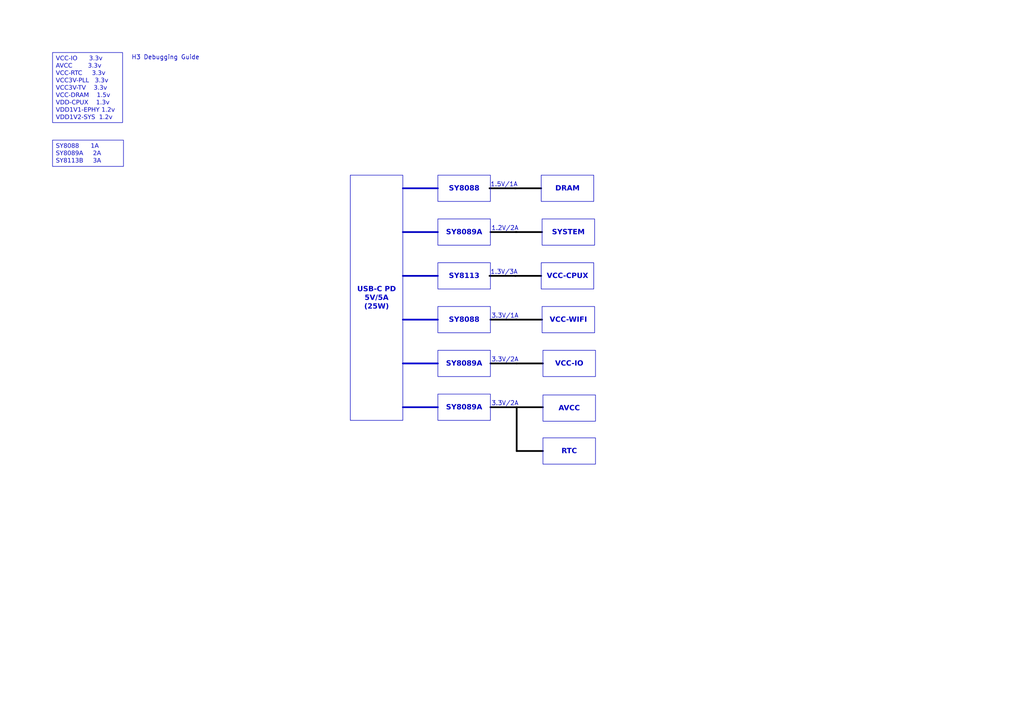
<source format=kicad_sch>
(kicad_sch
	(version 20250114)
	(generator "eeschema")
	(generator_version "9.0")
	(uuid "9316c606-8d4b-40a3-ba82-5b69f4cfa9b7")
	(paper "A4")
	(title_block
		(title "Icepi CM0")
		(date "2025-11-03")
		(rev "v1.0")
		(company "Icy Electronics")
		(comment 1 "Chengyin Yao (cheyao)")
		(comment 2 "https://github.com/cheyao/icepi-cm0")
	)
	(lib_symbols)
	(text "1.2V/2A"
		(exclude_from_sim no)
		(at 142.494 67.056 0)
		(effects
			(font
				(size 1.27 1.27)
			)
			(justify left bottom)
		)
		(uuid "3abfaeec-6bcb-46c9-88a3-ff77ade1a559")
	)
	(text "3.3V/1A"
		(exclude_from_sim no)
		(at 142.494 92.456 0)
		(effects
			(font
				(size 1.27 1.27)
			)
			(justify left bottom)
		)
		(uuid "5376974c-43ce-422c-b273-0aa67b400afb")
	)
	(text "3.3V/2A"
		(exclude_from_sim no)
		(at 142.494 105.156 0)
		(effects
			(font
				(size 1.27 1.27)
			)
			(justify left bottom)
		)
		(uuid "7c57b11a-7789-479e-a103-1449138f2901")
	)
	(text "1.5V/1A"
		(exclude_from_sim no)
		(at 142.24 54.356 0)
		(effects
			(font
				(size 1.27 1.27)
			)
			(justify left bottom)
		)
		(uuid "a191fa66-d949-42ad-99c0-7ef1eed7f9b4")
	)
	(text "1.3V/3A"
		(exclude_from_sim no)
		(at 142.24 79.756 0)
		(effects
			(font
				(size 1.27 1.27)
			)
			(justify left bottom)
		)
		(uuid "b9731e8a-0131-40dd-bb2c-934e7d6f2d12")
	)
	(text "H3 Debugging Guide"
		(exclude_from_sim no)
		(at 48.006 16.764 0)
		(effects
			(font
				(size 1.27 1.27)
			)
			(href "http://file.whycan.com/files/members/3465/H3%20HOMLET%20Hardware%20debugging%20guide%20V1_0%2020141113.pdf")
		)
		(uuid "ca01954f-b11e-4954-8127-8719c14a22ba")
	)
	(text "3.3V/2A"
		(exclude_from_sim no)
		(at 142.494 117.856 0)
		(effects
			(font
				(size 1.27 1.27)
			)
			(justify left bottom)
		)
		(uuid "d9835f5e-4e28-4f1d-9665-cbe818f1bc68")
	)
	(text_box "DRAM"
		(exclude_from_sim no)
		(at 156.972 50.8 0)
		(size 15.24 7.62)
		(margins 0.9525 0.9525 0.9525 0.9525)
		(stroke
			(width 0)
			(type solid)
		)
		(fill
			(type none)
		)
		(effects
			(font
				(face "Fira Sans SemiBold")
				(size 1.5 1.5)
			)
		)
		(uuid "21d74fe5-0545-4765-8360-cf14cd90bce0")
	)
	(text_box "SY8089A"
		(exclude_from_sim no)
		(at 127 63.5 0)
		(size 15.24 7.62)
		(margins 0.9525 0.9525 0.9525 0.9525)
		(stroke
			(width 0)
			(type solid)
		)
		(fill
			(type none)
		)
		(effects
			(font
				(face "Fira Sans SemiBold")
				(size 1.5 1.5)
			)
		)
		(uuid "27d98619-7157-4f5d-ac21-049722d34b19")
	)
	(text_box "SY8089A"
		(exclude_from_sim no)
		(at 127 101.6 0)
		(size 15.24 7.62)
		(margins 0.9525 0.9525 0.9525 0.9525)
		(stroke
			(width 0)
			(type solid)
		)
		(fill
			(type none)
		)
		(effects
			(font
				(face "Fira Sans SemiBold")
				(size 1.5 1.5)
			)
		)
		(uuid "2e16f554-b09a-4229-8052-ef1373cdcd0b")
	)
	(text_box "VCC-IO      3.3v\nAVCC        3.3v\nVCC-RTC     3.3v\nVCC3V-PLL   3.3v\nVCC3V-TV    3.3v\nVCC-DRAM    1.5v\nVDD-CPUX    1.3v\nVDD1V1-EPHY 1.2v\nVDD1V2-SYS  1.2v"
		(exclude_from_sim no)
		(at 15.24 15.24 0)
		(size 20.32 20.32)
		(margins 0.9525 0.9525 0.9525 0.9525)
		(stroke
			(width 0)
			(type solid)
		)
		(fill
			(type none)
		)
		(effects
			(font
				(face "Fira Code")
				(size 1.27 1.27)
			)
			(justify left top)
		)
		(uuid "2fbcfc27-5679-4478-bcd1-bffe08a51832")
	)
	(text_box "SY8088"
		(exclude_from_sim no)
		(at 127 88.9 0)
		(size 15.24 7.62)
		(margins 0.9525 0.9525 0.9525 0.9525)
		(stroke
			(width 0)
			(type solid)
		)
		(fill
			(type none)
		)
		(effects
			(font
				(face "Fira Sans SemiBold")
				(size 1.5 1.5)
			)
		)
		(uuid "3a5c3e71-68cc-41fb-858f-a9192588e2e5")
	)
	(text_box "AVCC"
		(exclude_from_sim no)
		(at 157.48 114.554 0)
		(size 15.24 7.62)
		(margins 0.9525 0.9525 0.9525 0.9525)
		(stroke
			(width 0)
			(type solid)
		)
		(fill
			(type none)
		)
		(effects
			(font
				(face "Fira Sans SemiBold")
				(size 1.5 1.5)
			)
		)
		(uuid "4f80669f-c6c9-4df4-9798-6496c7389ad6")
	)
	(text_box "SY8089A"
		(exclude_from_sim no)
		(at 127 114.3 0)
		(size 15.24 7.62)
		(margins 0.9525 0.9525 0.9525 0.9525)
		(stroke
			(width 0)
			(type solid)
		)
		(fill
			(type none)
		)
		(effects
			(font
				(face "Fira Sans SemiBold")
				(size 1.5 1.5)
			)
		)
		(uuid "573ca7e1-efa9-42ba-b5c6-6dc1eedaebb4")
	)
	(text_box "USB-C PD\n5V/5A\n(25W)"
		(exclude_from_sim no)
		(at 101.6 50.8 0)
		(size 15.24 71.12)
		(margins 0.9525 0.9525 0.9525 0.9525)
		(stroke
			(width 0)
			(type solid)
		)
		(fill
			(type none)
		)
		(effects
			(font
				(face "Fira Sans SemiBold")
				(size 1.5 1.5)
			)
		)
		(uuid "6d6db762-1ff1-429a-acc1-811ec9301fb7")
	)
	(text_box "SY8113"
		(exclude_from_sim no)
		(at 127 76.2 0)
		(size 15.24 7.62)
		(margins 0.9525 0.9525 0.9525 0.9525)
		(stroke
			(width 0)
			(type solid)
		)
		(fill
			(type none)
		)
		(effects
			(font
				(face "Fira Sans SemiBold")
				(size 1.5 1.5)
			)
		)
		(uuid "8c45bfaf-f924-43c4-ac76-b464329303fe")
	)
	(text_box "VCC-CPUX"
		(exclude_from_sim no)
		(at 156.972 76.2 0)
		(size 15.24 7.62)
		(margins 0.9525 0.9525 0.9525 0.9525)
		(stroke
			(width 0)
			(type solid)
		)
		(fill
			(type none)
		)
		(effects
			(font
				(face "Fira Sans SemiBold")
				(size 1.5 1.5)
			)
		)
		(uuid "90545725-e4ce-4837-b77d-e31b6312aa01")
	)
	(text_box "VCC-IO"
		(exclude_from_sim no)
		(at 157.48 101.6 0)
		(size 15.24 7.62)
		(margins 0.9525 0.9525 0.9525 0.9525)
		(stroke
			(width 0)
			(type solid)
		)
		(fill
			(type none)
		)
		(effects
			(font
				(face "Fira Sans SemiBold")
				(size 1.5 1.5)
			)
		)
		(uuid "adc4e354-9b8b-4825-a4a5-17cddc6ec461")
	)
	(text_box "RTC"
		(exclude_from_sim no)
		(at 157.48 127 0)
		(size 15.24 7.62)
		(margins 0.9525 0.9525 0.9525 0.9525)
		(stroke
			(width 0)
			(type solid)
		)
		(fill
			(type none)
		)
		(effects
			(font
				(face "Fira Sans SemiBold")
				(size 1.5 1.5)
			)
		)
		(uuid "b507091f-a092-4bee-9ddc-2d0d8838fc67")
	)
	(text_box "SY8088      1A\nSY8089A     2A\nSY8113B     3A"
		(exclude_from_sim no)
		(at 15.24 40.64 0)
		(size 20.574 7.62)
		(margins 0.9525 0.9525 0.9525 0.9525)
		(stroke
			(width 0)
			(type solid)
		)
		(fill
			(type none)
		)
		(effects
			(font
				(face "Fira Code")
				(size 1.27 1.27)
			)
			(justify left top)
		)
		(uuid "b5ac40c7-d403-42d5-a059-0c96037184f8")
	)
	(text_box "SYSTEM"
		(exclude_from_sim no)
		(at 157.226 63.5 0)
		(size 15.24 7.62)
		(margins 0.9525 0.9525 0.9525 0.9525)
		(stroke
			(width 0)
			(type solid)
		)
		(fill
			(type none)
		)
		(effects
			(font
				(face "Fira Sans SemiBold")
				(size 1.5 1.5)
			)
		)
		(uuid "dac4dafe-eb42-465e-924d-10341d5d4064")
	)
	(text_box "VCC-WIFI"
		(exclude_from_sim no)
		(at 157.226 88.9 0)
		(size 15.24 7.62)
		(margins 0.9525 0.9525 0.9525 0.9525)
		(stroke
			(width 0)
			(type solid)
		)
		(fill
			(type none)
		)
		(effects
			(font
				(face "Fira Sans SemiBold")
				(size 1.5 1.5)
			)
		)
		(uuid "f3da7429-e073-4e1e-9a52-654c400bd467")
	)
	(text_box "SY8088"
		(exclude_from_sim no)
		(at 127 50.8 0)
		(size 15.24 7.62)
		(margins 0.9525 0.9525 0.9525 0.9525)
		(stroke
			(width 0)
			(type solid)
		)
		(fill
			(type none)
		)
		(effects
			(font
				(face "Fira Sans SemiBold")
				(size 1.5 1.5)
			)
		)
		(uuid "f4f391f1-6b2b-4313-a33f-9709ff9cd2b6")
	)
	(polyline
		(pts
			(xy 116.84 105.41) (xy 127 105.41)
		)
		(stroke
			(width 0.5)
			(type default)
		)
		(uuid "02afc97a-32db-4b0b-880a-a9f184b42ebd")
	)
	(polyline
		(pts
			(xy 142.24 92.71) (xy 149.86 92.71)
		)
		(stroke
			(width 0.5)
			(type default)
			(color 0 0 0 1)
		)
		(uuid "0e1bc9e3-21c8-4628-8f04-b55913860d42")
	)
	(polyline
		(pts
			(xy 142.24 67.31) (xy 149.86 67.31)
		)
		(stroke
			(width 0.5)
			(type default)
			(color 0 0 0 1)
		)
		(uuid "17105089-2c11-4903-8a35-41395a11af6e")
	)
	(polyline
		(pts
			(xy 149.352 54.61) (xy 156.972 54.61)
		)
		(stroke
			(width 0.5)
			(type default)
			(color 0 0 0 1)
		)
		(uuid "1a487851-0397-4536-9b46-1d40f8e5d3a5")
	)
	(polyline
		(pts
			(xy 116.84 118.11) (xy 127 118.11)
		)
		(stroke
			(width 0.5)
			(type default)
		)
		(uuid "26408683-ba3d-459a-a307-29ac9c57d9e3")
	)
	(polyline
		(pts
			(xy 149.86 130.81) (xy 149.86 118.11)
		)
		(stroke
			(width 0.5)
			(type default)
			(color 0 0 0 1)
		)
		(uuid "64873e53-aadc-41b7-9ed9-12e58f5e2d49")
	)
	(polyline
		(pts
			(xy 149.352 80.01) (xy 156.972 80.01)
		)
		(stroke
			(width 0.5)
			(type default)
			(color 0 0 0 1)
		)
		(uuid "66cb4a5a-1421-4c1d-a4f8-aee43e2bc68f")
	)
	(polyline
		(pts
			(xy 116.84 67.31) (xy 127 67.31)
		)
		(stroke
			(width 0.5)
			(type default)
		)
		(uuid "8770bf1e-ae62-4a04-bd96-676857f72237")
	)
	(polyline
		(pts
			(xy 116.84 54.61) (xy 127 54.61)
		)
		(stroke
			(width 0.5)
			(type default)
		)
		(uuid "9afb73f5-8d50-4613-a98e-c1cc239353df")
	)
	(polyline
		(pts
			(xy 142.24 105.41) (xy 149.86 105.41)
		)
		(stroke
			(width 0.5)
			(type default)
			(color 0 0 0 1)
		)
		(uuid "b404dcb8-7136-4815-b19e-46019379db34")
	)
	(polyline
		(pts
			(xy 149.606 67.31) (xy 157.226 67.31)
		)
		(stroke
			(width 0.5)
			(type default)
			(color 0 0 0 1)
		)
		(uuid "b53963ab-7d1a-4f07-b317-06121ebc73eb")
	)
	(polyline
		(pts
			(xy 116.84 92.71) (xy 127 92.71)
		)
		(stroke
			(width 0.5)
			(type default)
		)
		(uuid "bb164f6d-4f8b-47e6-9f0e-a3c0b3150228")
	)
	(polyline
		(pts
			(xy 142.24 118.11) (xy 149.86 118.11)
		)
		(stroke
			(width 0.5)
			(type default)
			(color 0 0 0 1)
		)
		(uuid "c3f5ee2d-4cf4-4f14-bbd8-cd0c33daa8a3")
	)
	(polyline
		(pts
			(xy 157.48 130.81) (xy 149.86 130.81)
		)
		(stroke
			(width 0.5)
			(type default)
			(color 0 0 0 1)
		)
		(uuid "cea65e06-b0e1-4b30-9fc9-22ae5848f6c6")
	)
	(polyline
		(pts
			(xy 141.986 54.61) (xy 149.606 54.61)
		)
		(stroke
			(width 0.5)
			(type default)
			(color 0 0 0 1)
		)
		(uuid "d70626b0-4fa1-46ae-a419-b4cba28fec81")
	)
	(polyline
		(pts
			(xy 149.606 92.71) (xy 157.226 92.71)
		)
		(stroke
			(width 0.5)
			(type default)
			(color 0 0 0 1)
		)
		(uuid "d7e8455f-ac02-4803-9f77-9e68ab6761e9")
	)
	(polyline
		(pts
			(xy 116.84 80.01) (xy 127 80.01)
		)
		(stroke
			(width 0.5)
			(type default)
		)
		(uuid "d841ee1e-a475-4646-a20f-906c31a9592e")
	)
	(polyline
		(pts
			(xy 149.86 105.41) (xy 157.48 105.41)
		)
		(stroke
			(width 0.5)
			(type default)
			(color 0 0 0 1)
		)
		(uuid "dc57ed08-a144-4d62-a5f4-0cc6237a3ca5")
	)
	(polyline
		(pts
			(xy 149.86 118.11) (xy 157.48 118.11)
		)
		(stroke
			(width 0.5)
			(type default)
			(color 0 0 0 1)
		)
		(uuid "fb367750-c784-4d6e-aa2e-a531636f9927")
	)
	(polyline
		(pts
			(xy 141.986 80.01) (xy 149.606 80.01)
		)
		(stroke
			(width 0.5)
			(type default)
			(color 0 0 0 1)
		)
		(uuid "fe666297-c1f4-4d5e-acf2-f22f91c63c2d")
	)
)

</source>
